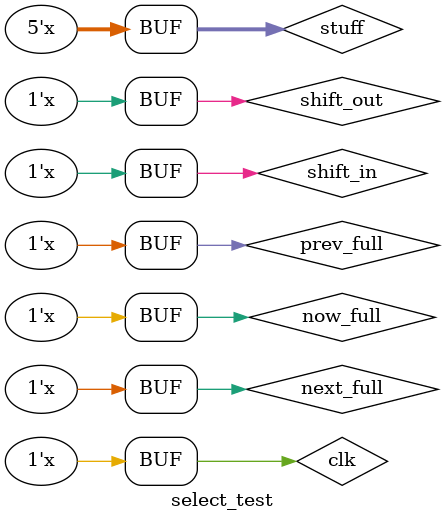
<source format=v>
`timescale 1ns / 1ps


module select_test;

	// Inputs
	reg shift_in;
	reg shift_out;
	reg prev_full;
	reg next_full;
	reg now_full;
	reg clk = 0;
	reg [4:0] stuff = 5'd0;
	// Outputs
	wire [1:0] sel;

	// Instantiate the Unit Under Test (UUT)
	fifo_g uut (
		.sel(sel), 
		.shift_in(shift_in), 
		.shift_out(shift_out), 
		.prev_full(prev_full), 
		.next_full(next_full), 
		.now_full(now_full), 
		.clk(clk)
	);
	always #5 clk = ~clk;
	always #100 stuff = stuff + 1;
	always #100 {shift_in, shift_out, now_full, next_full, prev_full} = stuff;
	initial begin
		// Initialize Inputs
		//clk = 0;

		// Wait 100 ns for global reset to finish
      
		// Add stimulus here

	end
      
endmodule


</source>
